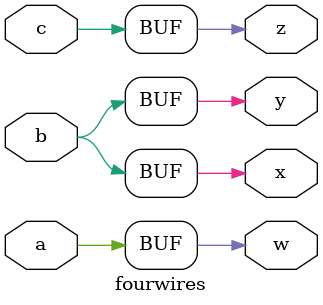
<source format=v>
module fourwires (
    input a,b,c,
    output w,x,y,z
);
    assign {w,x,y,z} = {a,b,b,c} ;
endmodule
</source>
